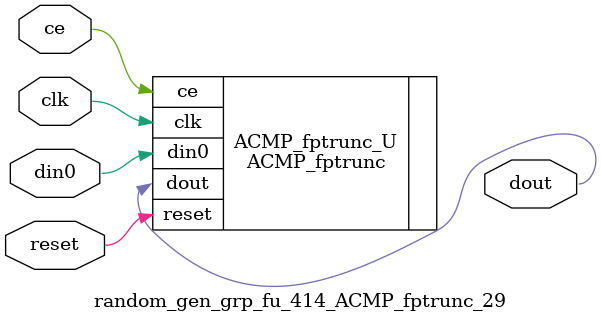
<source format=v>

`timescale 1 ns / 1 ps
module random_gen_grp_fu_414_ACMP_fptrunc_29(
    clk,
    reset,
    ce,
    din0,
    dout);

parameter ID = 32'd1;
parameter NUM_STAGE = 32'd1;
parameter din0_WIDTH = 32'd1;
parameter dout_WIDTH = 32'd1;
input clk;
input reset;
input ce;
input[din0_WIDTH - 1:0] din0;
output[dout_WIDTH - 1:0] dout;



ACMP_fptrunc #(
.ID( ID ),
.NUM_STAGE( 2 ),
.din0_WIDTH( din0_WIDTH ),
.dout_WIDTH( dout_WIDTH ))
ACMP_fptrunc_U(
    .clk( clk ),
    .reset( reset ),
    .ce( ce ),
    .din0( din0 ),
    .dout( dout ));

endmodule

</source>
